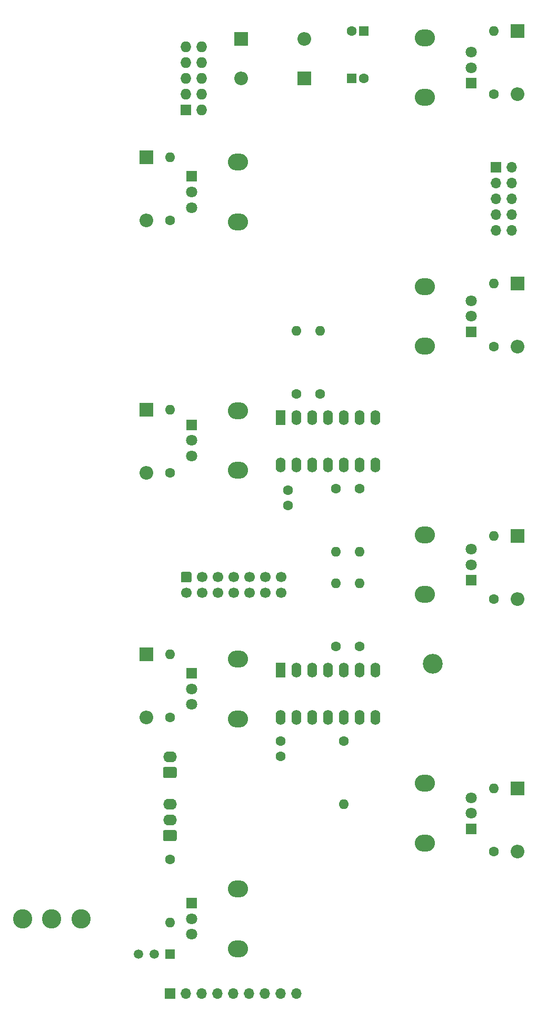
<source format=gbr>
%TF.GenerationSoftware,KiCad,Pcbnew,5.1.10-88a1d61d58~90~ubuntu20.04.1*%
%TF.CreationDate,2021-09-21T22:53:09-04:00*%
%TF.ProjectId,waveshaper,77617665-7368-4617-9065-722e6b696361,rev?*%
%TF.SameCoordinates,Original*%
%TF.FileFunction,Soldermask,Bot*%
%TF.FilePolarity,Negative*%
%FSLAX46Y46*%
G04 Gerber Fmt 4.6, Leading zero omitted, Abs format (unit mm)*
G04 Created by KiCad (PCBNEW 5.1.10-88a1d61d58~90~ubuntu20.04.1) date 2021-09-21 22:53:09*
%MOMM*%
%LPD*%
G01*
G04 APERTURE LIST*
%ADD10C,3.100000*%
%ADD11O,3.240000X2.720000*%
%ADD12C,1.800000*%
%ADD13R,1.800000X1.800000*%
%ADD14C,1.600000*%
%ADD15O,1.600000X1.600000*%
%ADD16O,2.200000X2.200000*%
%ADD17R,2.200000X2.200000*%
%ADD18C,1.500000*%
%ADD19R,1.500000X1.500000*%
%ADD20C,3.200000*%
%ADD21O,2.200000X1.740000*%
%ADD22O,1.700000X1.700000*%
%ADD23R,1.700000X1.700000*%
%ADD24O,1.727200X1.727200*%
%ADD25R,1.727200X1.727200*%
%ADD26O,1.600000X2.400000*%
%ADD27R,1.600000X2.400000*%
%ADD28R,1.600000X1.600000*%
%ADD29C,1.700000*%
G04 APERTURE END LIST*
D10*
%TO.C,SW1*%
X105700000Y-166000000D03*
X96300000Y-166000000D03*
X101000000Y-166000000D03*
%TD*%
D11*
%TO.C,RV8*%
X161000000Y-153800000D03*
X161000000Y-144200000D03*
D12*
X168500000Y-146500000D03*
X168500000Y-149000000D03*
D13*
X168500000Y-151500000D03*
%TD*%
D11*
%TO.C,RV7*%
X131000000Y-124200000D03*
X131000000Y-133800000D03*
D12*
X123500000Y-131500000D03*
X123500000Y-129000000D03*
D13*
X123500000Y-126500000D03*
%TD*%
D11*
%TO.C,RV6*%
X161000000Y-113800000D03*
X161000000Y-104200000D03*
D12*
X168500000Y-106500000D03*
X168500000Y-109000000D03*
D13*
X168500000Y-111500000D03*
%TD*%
D11*
%TO.C,RV5*%
X131000000Y-84200000D03*
X131000000Y-93800000D03*
D12*
X123500000Y-91500000D03*
X123500000Y-89000000D03*
D13*
X123500000Y-86500000D03*
%TD*%
D11*
%TO.C,RV4*%
X161000000Y-73800000D03*
X161000000Y-64200000D03*
D12*
X168500000Y-66500000D03*
X168500000Y-69000000D03*
D13*
X168500000Y-71500000D03*
%TD*%
D11*
%TO.C,RV3*%
X131000000Y-161200000D03*
X131000000Y-170800000D03*
D12*
X123500000Y-168500000D03*
X123500000Y-166000000D03*
D13*
X123500000Y-163500000D03*
%TD*%
D11*
%TO.C,RV2*%
X131000000Y-44200000D03*
X131000000Y-53800000D03*
D12*
X123500000Y-51500000D03*
X123500000Y-49000000D03*
D13*
X123500000Y-46500000D03*
%TD*%
D11*
%TO.C,RV1*%
X161000000Y-33800000D03*
X161000000Y-24200000D03*
D12*
X168500000Y-26500000D03*
X168500000Y-29000000D03*
D13*
X168500000Y-31500000D03*
%TD*%
D14*
%TO.C,R15*%
X172070000Y-155140000D03*
D15*
X172070000Y-144980000D03*
%TD*%
D14*
%TO.C,R14*%
X120000000Y-133550000D03*
D15*
X120000000Y-123390000D03*
%TD*%
D14*
%TO.C,R13*%
X172070000Y-114500000D03*
D15*
X172070000Y-104340000D03*
%TD*%
D14*
%TO.C,R12*%
X120000000Y-94180000D03*
D15*
X120000000Y-84020000D03*
%TD*%
D14*
%TO.C,R11*%
X172070000Y-73860000D03*
D15*
X172070000Y-63700000D03*
%TD*%
D14*
%TO.C,R10*%
X120000000Y-53540000D03*
D15*
X120000000Y-43380000D03*
%TD*%
D14*
%TO.C,R9*%
X172070000Y-33220000D03*
D15*
X172070000Y-23060000D03*
%TD*%
D16*
%TO.C,D9*%
X175880000Y-155140000D03*
D17*
X175880000Y-144980000D03*
%TD*%
D16*
%TO.C,D8*%
X116190000Y-133550000D03*
D17*
X116190000Y-123390000D03*
%TD*%
D16*
%TO.C,D7*%
X175880000Y-114500000D03*
D17*
X175880000Y-104340000D03*
%TD*%
D16*
%TO.C,D6*%
X116190000Y-94180000D03*
D17*
X116190000Y-84020000D03*
%TD*%
D16*
%TO.C,D5*%
X175880000Y-73860000D03*
D17*
X175880000Y-63700000D03*
%TD*%
D16*
%TO.C,D4*%
X116190000Y-53540000D03*
D17*
X116190000Y-43380000D03*
%TD*%
D16*
%TO.C,D3*%
X175880000Y-33220000D03*
D17*
X175880000Y-23060000D03*
%TD*%
D18*
%TO.C,U5*%
X117460000Y-171650000D03*
X114920000Y-171650000D03*
D19*
X120000000Y-171650000D03*
%TD*%
D14*
%TO.C,R8*%
X120000000Y-156410000D03*
D15*
X120000000Y-166570000D03*
%TD*%
D16*
%TO.C,D2*%
X141590000Y-24330000D03*
D17*
X131430000Y-24330000D03*
%TD*%
D16*
%TO.C,D1*%
X131430000Y-30680000D03*
D17*
X141590000Y-30680000D03*
%TD*%
D14*
%TO.C,R1*%
X150480000Y-96720000D03*
D15*
X150480000Y-106880000D03*
%TD*%
D14*
%TO.C,R2*%
X140320000Y-81480000D03*
D15*
X140320000Y-71320000D03*
%TD*%
D14*
%TO.C,R5*%
X146670000Y-96720000D03*
D15*
X146670000Y-106880000D03*
%TD*%
D14*
%TO.C,R4*%
X147940000Y-137360000D03*
D15*
X147940000Y-147520000D03*
%TD*%
D14*
%TO.C,R3*%
X150480000Y-122120000D03*
D15*
X150480000Y-111960000D03*
%TD*%
D14*
%TO.C,R6*%
X144130000Y-81480000D03*
D15*
X144130000Y-71320000D03*
%TD*%
D14*
%TO.C,R7*%
X146670000Y-122120000D03*
D15*
X146670000Y-111960000D03*
%TD*%
D20*
%TO.C,H1*%
X162300000Y-124952000D03*
%TD*%
D21*
%TO.C,J11*%
X120000000Y-139900000D03*
G36*
G01*
X120850001Y-143310000D02*
X119149999Y-143310000D01*
G75*
G02*
X118900000Y-143060001I0J249999D01*
G01*
X118900000Y-141819999D01*
G75*
G02*
X119149999Y-141570000I249999J0D01*
G01*
X120850001Y-141570000D01*
G75*
G02*
X121100000Y-141819999I0J-249999D01*
G01*
X121100000Y-143060001D01*
G75*
G02*
X120850001Y-143310000I-249999J0D01*
G01*
G37*
%TD*%
%TO.C,J13*%
X120000000Y-147520000D03*
X120000000Y-150060000D03*
G36*
G01*
X120850001Y-153470000D02*
X119149999Y-153470000D01*
G75*
G02*
X118900000Y-153220001I0J249999D01*
G01*
X118900000Y-151979999D01*
G75*
G02*
X119149999Y-151730000I249999J0D01*
G01*
X120850001Y-151730000D01*
G75*
G02*
X121100000Y-151979999I0J-249999D01*
G01*
X121100000Y-153220001D01*
G75*
G02*
X120850001Y-153470000I-249999J0D01*
G01*
G37*
%TD*%
D22*
%TO.C,J9*%
X140320000Y-178000000D03*
X137780000Y-178000000D03*
X135240000Y-178000000D03*
X132700000Y-178000000D03*
X130160000Y-178000000D03*
X127620000Y-178000000D03*
X125080000Y-178000000D03*
X122540000Y-178000000D03*
D23*
X120000000Y-178000000D03*
%TD*%
D24*
%TO.C,J6*%
X125080000Y-25600000D03*
X122540000Y-25600000D03*
X125080000Y-28140000D03*
X122540000Y-28140000D03*
X125080000Y-30680000D03*
X122540000Y-30680000D03*
X125080000Y-33220000D03*
X122540000Y-33220000D03*
X125080000Y-35760000D03*
D25*
X122540000Y-35760000D03*
%TD*%
D26*
%TO.C,U2*%
X137780000Y-133550000D03*
X153020000Y-125930000D03*
X140320000Y-133550000D03*
X150480000Y-125930000D03*
X142860000Y-133550000D03*
X147940000Y-125930000D03*
X145400000Y-133550000D03*
X145400000Y-125930000D03*
X147940000Y-133550000D03*
X142860000Y-125930000D03*
X150480000Y-133550000D03*
X140320000Y-125930000D03*
X153020000Y-133550000D03*
D27*
X137780000Y-125930000D03*
%TD*%
D14*
%TO.C,C4*%
X149210000Y-23060000D03*
D28*
X151210000Y-23060000D03*
%TD*%
D29*
%TO.C,J1*%
X137870000Y-113540000D03*
X135330000Y-113540000D03*
X132790000Y-113540000D03*
X130250000Y-113540000D03*
X127710000Y-113540000D03*
X125170000Y-113540000D03*
X122630000Y-113540000D03*
X137870000Y-111000000D03*
X135330000Y-111000000D03*
X132790000Y-111000000D03*
X130250000Y-111000000D03*
X127710000Y-111000000D03*
X125170000Y-111000000D03*
G36*
G01*
X122030000Y-110150000D02*
X123230000Y-110150000D01*
G75*
G02*
X123480000Y-110400000I0J-250000D01*
G01*
X123480000Y-111600000D01*
G75*
G02*
X123230000Y-111850000I-250000J0D01*
G01*
X122030000Y-111850000D01*
G75*
G02*
X121780000Y-111600000I0J250000D01*
G01*
X121780000Y-110400000D01*
G75*
G02*
X122030000Y-110150000I250000J0D01*
G01*
G37*
%TD*%
D22*
%TO.C,J14*%
X175000000Y-55160000D03*
X172460000Y-55160000D03*
X175000000Y-52620000D03*
X172460000Y-52620000D03*
X175000000Y-50080000D03*
X172460000Y-50080000D03*
X175000000Y-47540000D03*
X172460000Y-47540000D03*
X175000000Y-45000000D03*
D23*
X172460000Y-45000000D03*
%TD*%
D14*
%TO.C,C3*%
X151210000Y-30680000D03*
D28*
X149210000Y-30680000D03*
%TD*%
D26*
%TO.C,U1*%
X137780000Y-92910000D03*
X153020000Y-85290000D03*
X140320000Y-92910000D03*
X150480000Y-85290000D03*
X142860000Y-92910000D03*
X147940000Y-85290000D03*
X145400000Y-92910000D03*
X145400000Y-85290000D03*
X147940000Y-92910000D03*
X142860000Y-85290000D03*
X150480000Y-92910000D03*
X140320000Y-85290000D03*
X153020000Y-92910000D03*
D27*
X137780000Y-85290000D03*
%TD*%
D14*
%TO.C,C6*%
X137780000Y-139860000D03*
X137780000Y-137360000D03*
%TD*%
%TO.C,C5*%
X139000000Y-99500000D03*
X139000000Y-97000000D03*
%TD*%
M02*

</source>
